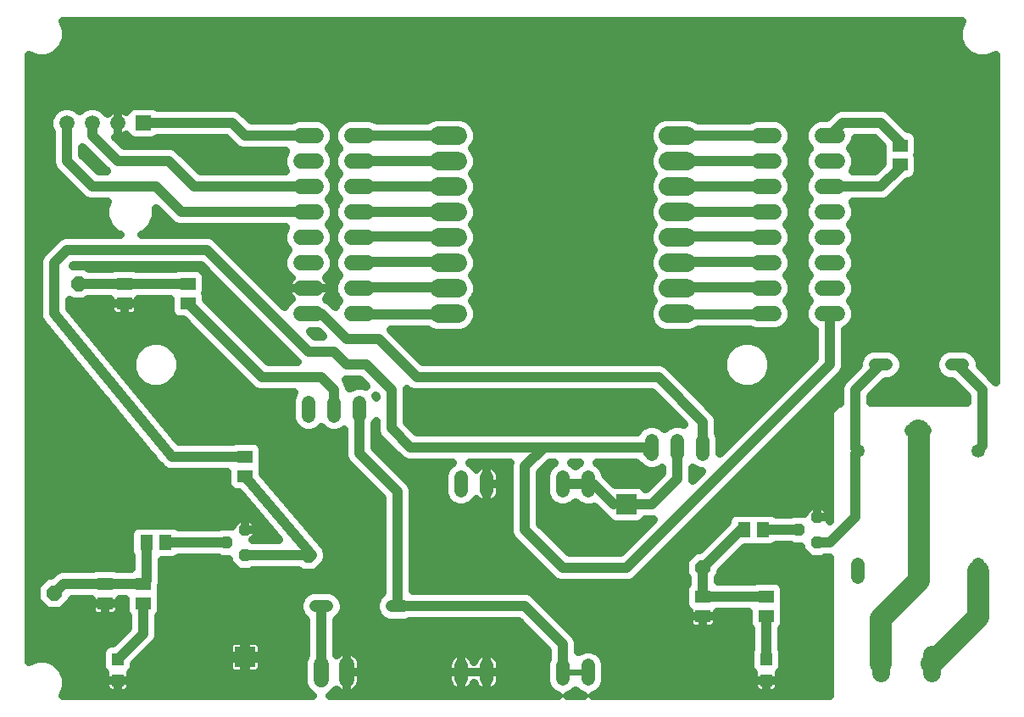
<source format=gbr>
G75*
%MOIN*%
%OFA0B0*%
%FSLAX24Y24*%
%IPPOS*%
%LPD*%
%AMOC8*
5,1,8,0,0,1.08239X$1,22.5*
%
%ADD10R,0.0787X0.0787*%
%ADD11C,0.0480*%
%ADD12R,0.0591X0.0512*%
%ADD13C,0.0540*%
%ADD14C,0.0531*%
%ADD15R,0.0591X0.0591*%
%ADD16C,0.0591*%
%ADD17C,0.0720*%
%ADD18OC8,0.0480*%
%ADD19R,0.0512X0.0591*%
%ADD20R,0.0472X0.0472*%
%ADD21C,0.0531*%
%ADD22C,0.0705*%
%ADD23C,0.0600*%
%ADD24OC8,0.0600*%
%ADD25C,0.0320*%
%ADD26C,0.0400*%
%ADD27C,0.0240*%
%ADD28C,0.0860*%
%ADD29C,0.0120*%
D10*
X009260Y002260D03*
X024260Y008260D03*
D11*
X015500Y004260D02*
X015020Y004260D01*
X012500Y004260D02*
X012020Y004260D01*
X034020Y013760D02*
X034500Y013760D01*
X037020Y013760D02*
X037500Y013760D01*
D12*
X035010Y021636D03*
X035010Y022384D03*
X029760Y004634D03*
X029760Y003886D03*
X027260Y003886D03*
X027260Y004634D03*
X009260Y009386D03*
X009260Y010134D03*
X005260Y005134D03*
X005260Y004386D03*
X003760Y004386D03*
X003760Y005134D03*
X004510Y016186D03*
X004510Y016934D03*
X007010Y016934D03*
X007010Y016186D03*
D13*
X011760Y012280D02*
X011760Y011740D01*
X012760Y011740D02*
X012760Y012280D01*
X013760Y012280D02*
X013760Y011740D01*
X025260Y010780D02*
X025260Y010240D01*
X026260Y010240D02*
X026260Y010780D01*
X027260Y010780D02*
X027260Y010240D01*
D14*
X022760Y009327D02*
X022760Y008795D01*
X021760Y008795D02*
X021760Y009327D01*
X018760Y009327D02*
X018760Y008795D01*
X017760Y008795D02*
X017760Y009327D01*
X017760Y001925D02*
X017760Y001393D01*
X018760Y001393D02*
X018760Y001925D01*
X021760Y001925D02*
X021760Y001393D01*
X022760Y001393D02*
X022760Y001925D01*
X033351Y005392D02*
X033351Y005923D01*
X038075Y005923D02*
X038075Y005392D01*
X035979Y011169D02*
X035447Y011169D01*
D15*
X005260Y023260D03*
D16*
X004260Y023260D03*
X003260Y023260D03*
X002260Y023260D03*
D17*
X016900Y022760D02*
X017620Y022760D01*
X017620Y021760D02*
X016900Y021760D01*
X016900Y020760D02*
X017620Y020760D01*
X017620Y019760D02*
X016900Y019760D01*
X016900Y018760D02*
X017620Y018760D01*
X017620Y017760D02*
X016900Y017760D01*
X016900Y016760D02*
X017620Y016760D01*
X017620Y015760D02*
X016900Y015760D01*
X025900Y015760D02*
X026620Y015760D01*
X026620Y016760D02*
X025900Y016760D01*
X025900Y017760D02*
X026620Y017760D01*
X026620Y018760D02*
X025900Y018760D01*
X025900Y019760D02*
X026620Y019760D01*
X026620Y020760D02*
X025900Y020760D01*
X025900Y021760D02*
X026620Y021760D01*
X026620Y022760D02*
X025900Y022760D01*
D18*
X031760Y007760D03*
X031010Y007260D03*
X031760Y006760D03*
X009260Y006260D03*
X008510Y006760D03*
X009260Y007260D03*
D19*
X006134Y006760D03*
X005386Y006760D03*
X028886Y007260D03*
X029634Y007260D03*
D20*
X029760Y002173D03*
X029760Y001347D03*
X004260Y001347D03*
X004260Y002173D03*
D21*
X033351Y010382D03*
X038075Y010382D03*
D22*
X036260Y002363D02*
X036260Y001658D01*
X034260Y001658D02*
X034260Y002363D01*
D23*
X032560Y015760D02*
X031960Y015760D01*
X031960Y016760D02*
X032560Y016760D01*
X032560Y017760D02*
X031960Y017760D01*
X031960Y018760D02*
X032560Y018760D01*
X032560Y019760D02*
X031960Y019760D01*
X031960Y020760D02*
X032560Y020760D01*
X032560Y021760D02*
X031960Y021760D01*
X031960Y022760D02*
X032560Y022760D01*
X030060Y022760D02*
X029460Y022760D01*
X029460Y021760D02*
X030060Y021760D01*
X030060Y020760D02*
X029460Y020760D01*
X029460Y019760D02*
X030060Y019760D01*
X030060Y018760D02*
X029460Y018760D01*
X029460Y017760D02*
X030060Y017760D01*
X030060Y016760D02*
X029460Y016760D01*
X029460Y015760D02*
X030060Y015760D01*
X014060Y015760D02*
X013460Y015760D01*
X013460Y016760D02*
X014060Y016760D01*
X014060Y017760D02*
X013460Y017760D01*
X013460Y018760D02*
X014060Y018760D01*
X014060Y019760D02*
X013460Y019760D01*
X013460Y020760D02*
X014060Y020760D01*
X014060Y021760D02*
X013460Y021760D01*
X013460Y022760D02*
X014060Y022760D01*
X012060Y022760D02*
X011460Y022760D01*
X011460Y021760D02*
X012060Y021760D01*
X012060Y020760D02*
X011460Y020760D01*
X011460Y019760D02*
X012060Y019760D01*
X012060Y018760D02*
X011460Y018760D01*
X011460Y017760D02*
X012060Y017760D01*
X012060Y016760D02*
X011460Y016760D01*
X011460Y015760D02*
X012060Y015760D01*
X012260Y001960D02*
X012260Y001360D01*
X013260Y001360D02*
X013260Y001960D01*
D24*
X011760Y006260D03*
X001760Y004760D03*
X002710Y016940D03*
X027260Y005760D03*
D25*
X002211Y001071D02*
X002074Y000740D01*
X011928Y000740D01*
X011863Y000767D01*
X011667Y000963D01*
X011560Y001221D01*
X011560Y002099D01*
X011660Y002341D01*
X011660Y003716D01*
X011657Y003717D01*
X011477Y003897D01*
X011380Y004133D01*
X011380Y004387D01*
X011477Y004623D01*
X011657Y004803D01*
X011893Y004900D01*
X012627Y004900D01*
X012863Y004803D01*
X013043Y004623D01*
X013140Y004387D01*
X013140Y004133D01*
X013043Y003897D01*
X012863Y003717D01*
X012860Y003716D01*
X012860Y002352D01*
X012895Y002387D01*
X012966Y002439D01*
X013045Y002479D01*
X013129Y002506D01*
X013216Y002520D01*
X013260Y002520D01*
X013260Y001660D01*
X013260Y001660D01*
X013820Y001660D01*
X013820Y002004D01*
X013806Y002091D01*
X013779Y002175D01*
X013739Y002254D01*
X013687Y002325D01*
X013625Y002387D01*
X013554Y002439D01*
X013475Y002479D01*
X013391Y002506D01*
X013304Y002520D01*
X013260Y002520D01*
X013260Y001660D01*
X013260Y001660D01*
X013820Y001660D01*
X013820Y001316D01*
X013806Y001229D01*
X013779Y001145D01*
X013739Y001066D01*
X013687Y000995D01*
X013625Y000933D01*
X013554Y000881D01*
X013475Y000841D01*
X013391Y000814D01*
X013304Y000800D01*
X013260Y000800D01*
X013260Y001660D01*
X013260Y001660D01*
X013260Y000800D01*
X013216Y000800D01*
X013129Y000814D01*
X013045Y000841D01*
X012966Y000881D01*
X012895Y000933D01*
X012857Y000971D01*
X012853Y000963D01*
X012657Y000767D01*
X012592Y000740D01*
X021598Y000740D01*
X021383Y000829D01*
X021196Y001016D01*
X021094Y001261D01*
X021094Y002057D01*
X021160Y002216D01*
X021160Y002511D01*
X020011Y003660D01*
X015724Y003660D01*
X015627Y003620D01*
X014893Y003620D01*
X014657Y003717D01*
X014477Y003897D01*
X014380Y004133D01*
X014380Y004387D01*
X014477Y004623D01*
X014657Y004803D01*
X014660Y004804D01*
X014660Y008511D01*
X013251Y009920D01*
X013160Y010141D01*
X013160Y011192D01*
X013140Y011172D01*
X012893Y011070D01*
X012627Y011070D01*
X012380Y011172D01*
X012260Y011292D01*
X012140Y011172D01*
X011893Y011070D01*
X011627Y011070D01*
X011380Y011172D01*
X011192Y011360D01*
X011090Y011607D01*
X011090Y012413D01*
X011192Y012660D01*
X011192Y012660D01*
X009817Y012660D01*
X009596Y012751D01*
X006817Y015530D01*
X006635Y015530D01*
X006488Y015591D01*
X006376Y015703D01*
X006315Y015851D01*
X006315Y016334D01*
X005065Y016334D01*
X005065Y016186D01*
X004510Y016186D01*
X004510Y016186D01*
X004510Y016186D01*
X003955Y016186D01*
X003955Y015904D01*
X003965Y015854D01*
X003984Y015807D01*
X004013Y015764D01*
X004049Y015728D01*
X004092Y015700D01*
X004139Y015680D01*
X004189Y015670D01*
X004510Y015670D01*
X004831Y015670D01*
X004881Y015680D01*
X004928Y015700D01*
X004971Y015728D01*
X005007Y015764D01*
X005036Y015807D01*
X005055Y015854D01*
X005065Y015904D01*
X005065Y016186D01*
X004510Y016186D01*
X003955Y016186D01*
X003955Y016334D01*
X003094Y016334D01*
X003000Y016240D01*
X002420Y016240D01*
X002360Y016300D01*
X002360Y015975D01*
X006669Y010734D01*
X008750Y010734D01*
X008885Y010790D01*
X009635Y010790D01*
X009782Y010729D01*
X009894Y010617D01*
X009955Y010469D01*
X009955Y009799D01*
X009939Y009760D01*
X009955Y009721D01*
X009955Y009491D01*
X012248Y006762D01*
X012460Y006550D01*
X012460Y006435D01*
X012494Y006327D01*
X012473Y006089D01*
X012460Y006063D01*
X012460Y005970D01*
X012050Y005560D01*
X011470Y005560D01*
X011370Y005660D01*
X009565Y005660D01*
X009525Y005620D01*
X008995Y005620D01*
X008620Y005995D01*
X008620Y006120D01*
X008245Y006120D01*
X008205Y006160D01*
X006651Y006160D01*
X006617Y006126D01*
X006469Y006065D01*
X005986Y006065D01*
X005986Y005141D01*
X005955Y005067D01*
X005955Y004799D01*
X005939Y004760D01*
X005955Y004721D01*
X005955Y004051D01*
X005894Y003903D01*
X005860Y003869D01*
X005860Y003054D01*
X005769Y002834D01*
X004896Y001961D01*
X004896Y001858D01*
X004835Y001711D01*
X004752Y001628D01*
X004756Y001608D01*
X004756Y001347D01*
X004260Y001347D01*
X004260Y001347D01*
X004260Y001347D01*
X003764Y001347D01*
X003764Y001608D01*
X003768Y001628D01*
X003685Y001711D01*
X003624Y001858D01*
X003624Y002489D01*
X003685Y002636D01*
X003797Y002749D01*
X003944Y002810D01*
X004048Y002810D01*
X004660Y003422D01*
X004660Y003869D01*
X004626Y003903D01*
X004565Y004051D01*
X004565Y004534D01*
X004315Y004534D01*
X004315Y004386D01*
X003760Y004386D01*
X003760Y004386D01*
X003760Y004386D01*
X003205Y004386D01*
X003205Y004104D01*
X003215Y004054D01*
X003234Y004007D01*
X003263Y003964D01*
X003299Y003928D01*
X003342Y003900D01*
X003389Y003880D01*
X003439Y003870D01*
X003760Y003870D01*
X004081Y003870D01*
X004131Y003880D01*
X004178Y003900D01*
X004221Y003928D01*
X004257Y003964D01*
X004286Y004007D01*
X004305Y004054D01*
X004315Y004104D01*
X004315Y004386D01*
X003760Y004386D01*
X003205Y004386D01*
X003205Y004534D01*
X002460Y004534D01*
X002460Y004470D01*
X002050Y004060D01*
X001470Y004060D01*
X001060Y004470D01*
X001060Y005050D01*
X001470Y005460D01*
X001611Y005460D01*
X001794Y005643D01*
X002015Y005734D01*
X003250Y005734D01*
X003385Y005790D01*
X004135Y005790D01*
X004270Y005734D01*
X004750Y005734D01*
X004786Y005749D01*
X004786Y006250D01*
X004730Y006385D01*
X004730Y007135D01*
X004791Y007282D01*
X004903Y007394D01*
X005051Y007455D01*
X005721Y007455D01*
X005760Y007439D01*
X005799Y007455D01*
X006469Y007455D01*
X006617Y007394D01*
X006651Y007360D01*
X008205Y007360D01*
X008245Y007400D01*
X008760Y007400D01*
X008760Y007467D01*
X009053Y007760D01*
X009260Y007760D01*
X009260Y007260D01*
X009260Y007260D01*
X009760Y007260D01*
X009760Y007467D01*
X009467Y007760D01*
X009260Y007760D01*
X009260Y007260D01*
X009260Y007260D01*
X009760Y007260D01*
X009760Y007053D01*
X009567Y006860D01*
X010598Y006860D01*
X009027Y008730D01*
X008885Y008730D01*
X008738Y008791D01*
X008626Y008903D01*
X008565Y009051D01*
X008565Y009534D01*
X006475Y009534D01*
X006447Y009525D01*
X006357Y009534D01*
X006267Y009534D01*
X006239Y009546D01*
X006209Y009548D01*
X006129Y009591D01*
X006046Y009625D01*
X006025Y009647D01*
X005998Y009661D01*
X005941Y009730D01*
X005877Y009794D01*
X005866Y009822D01*
X001315Y015356D01*
X001251Y015420D01*
X001240Y015448D01*
X001221Y015471D01*
X001194Y015557D01*
X001160Y015641D01*
X001160Y015671D01*
X001151Y015699D01*
X001160Y015789D01*
X001160Y017879D01*
X001251Y018100D01*
X001420Y018269D01*
X001420Y018269D01*
X001751Y018600D01*
X001751Y018600D01*
X001920Y018769D01*
X002141Y018860D01*
X004344Y018860D01*
X004199Y018920D01*
X003920Y019199D01*
X003769Y019563D01*
X003769Y019957D01*
X003854Y020160D01*
X003141Y020160D01*
X002920Y020251D01*
X001920Y021251D01*
X001751Y021420D01*
X001660Y021641D01*
X001660Y022892D01*
X001565Y023122D01*
X001565Y023398D01*
X001671Y023654D01*
X001866Y023849D01*
X002122Y023955D01*
X002398Y023955D01*
X002654Y023849D01*
X002760Y023743D01*
X002866Y023849D01*
X003122Y023955D01*
X003398Y023955D01*
X003654Y023849D01*
X003849Y023654D01*
X003855Y023640D01*
X003898Y023684D01*
X003969Y023735D01*
X004047Y023775D01*
X004130Y023802D01*
X004216Y023815D01*
X004260Y023815D01*
X004260Y023260D01*
X004260Y023260D01*
X004260Y023815D01*
X004304Y023815D01*
X004390Y023802D01*
X004473Y023775D01*
X004551Y023735D01*
X004593Y023704D01*
X004626Y023782D01*
X004738Y023894D01*
X004885Y023955D01*
X005635Y023955D01*
X005782Y023894D01*
X005816Y023860D01*
X008879Y023860D01*
X009100Y023769D01*
X009269Y023600D01*
X009269Y023600D01*
X009509Y023360D01*
X011079Y023360D01*
X011321Y023460D01*
X012199Y023460D01*
X012457Y023353D01*
X012653Y023157D01*
X012760Y022899D01*
X012760Y022621D01*
X012653Y022363D01*
X012550Y022260D01*
X012653Y022157D01*
X012760Y021899D01*
X012760Y021621D01*
X012653Y021363D01*
X012550Y021260D01*
X012653Y021157D01*
X012760Y020899D01*
X012760Y020621D01*
X012653Y020363D01*
X012550Y020260D01*
X012653Y020157D01*
X012760Y019899D01*
X012760Y019621D01*
X012653Y019363D01*
X012550Y019260D01*
X012653Y019157D01*
X012760Y018899D01*
X012760Y018621D01*
X012653Y018363D01*
X012550Y018260D01*
X012653Y018157D01*
X012760Y017899D01*
X012760Y017621D01*
X012653Y017363D01*
X012457Y017167D01*
X012449Y017163D01*
X012487Y017125D01*
X012539Y017054D01*
X012579Y016975D01*
X012606Y016891D01*
X012620Y016804D01*
X012620Y016760D01*
X011760Y016760D01*
X011760Y016760D01*
X011760Y016760D01*
X010900Y016760D01*
X010900Y016804D01*
X010914Y016891D01*
X010941Y016975D01*
X010981Y017054D01*
X011033Y017125D01*
X011071Y017163D01*
X011063Y017167D01*
X010867Y017363D01*
X010760Y017621D01*
X010760Y017899D01*
X010867Y018157D01*
X010970Y018260D01*
X010867Y018363D01*
X010760Y018621D01*
X010760Y018899D01*
X010867Y019157D01*
X010870Y019160D01*
X006879Y019160D01*
X006641Y019160D01*
X006420Y019251D01*
X005751Y019921D01*
X005751Y019563D01*
X005600Y019199D01*
X005321Y018920D01*
X005176Y018860D01*
X007879Y018860D01*
X008100Y018769D01*
X008269Y018600D01*
X008269Y018600D01*
X010821Y016047D01*
X010867Y016157D01*
X011063Y016353D01*
X011071Y016357D01*
X011033Y016395D01*
X010981Y016466D01*
X010941Y016545D01*
X010914Y016629D01*
X010900Y016716D01*
X010900Y016760D01*
X011760Y016760D01*
X012620Y016760D01*
X012620Y016716D01*
X012606Y016629D01*
X012579Y016545D01*
X012539Y016466D01*
X012487Y016395D01*
X012449Y016357D01*
X012457Y016353D01*
X012500Y016310D01*
X012600Y016269D01*
X012769Y016100D01*
X012769Y016100D01*
X012821Y016047D01*
X012867Y016157D01*
X012970Y016260D01*
X012867Y016363D01*
X012760Y016621D01*
X012760Y016899D01*
X012867Y017157D01*
X012970Y017260D01*
X012867Y017363D01*
X012760Y017621D01*
X012760Y017899D01*
X012867Y018157D01*
X012970Y018260D01*
X012867Y018363D01*
X012760Y018621D01*
X012760Y018899D01*
X012867Y019157D01*
X012970Y019260D01*
X012867Y019363D01*
X012760Y019621D01*
X012760Y019899D01*
X012867Y020157D01*
X012970Y020260D01*
X012867Y020363D01*
X012760Y020621D01*
X012760Y020899D01*
X012867Y021157D01*
X012970Y021260D01*
X012867Y021363D01*
X012760Y021621D01*
X012760Y021899D01*
X012867Y022157D01*
X012970Y022260D01*
X012867Y022363D01*
X012760Y022621D01*
X012760Y022899D01*
X012867Y023157D01*
X013063Y023353D01*
X013321Y023460D01*
X014199Y023460D01*
X014441Y023360D01*
X016425Y023360D01*
X016469Y023404D01*
X016749Y023520D01*
X017771Y023520D01*
X018051Y023404D01*
X018264Y023191D01*
X018380Y022911D01*
X018380Y022609D01*
X018264Y022329D01*
X018195Y022260D01*
X018264Y022191D01*
X018380Y021911D01*
X018380Y021609D01*
X018264Y021329D01*
X018195Y021260D01*
X018264Y021191D01*
X018380Y020911D01*
X018380Y020609D01*
X018264Y020329D01*
X018195Y020260D01*
X018264Y020191D01*
X018380Y019911D01*
X018380Y019609D01*
X018264Y019329D01*
X018195Y019260D01*
X018264Y019191D01*
X018380Y018911D01*
X018380Y018609D01*
X018264Y018329D01*
X018195Y018260D01*
X018264Y018191D01*
X018380Y017911D01*
X018380Y017609D01*
X018264Y017329D01*
X018195Y017260D01*
X018264Y017191D01*
X018380Y016911D01*
X018380Y016609D01*
X018264Y016329D01*
X018195Y016260D01*
X018264Y016191D01*
X018380Y015911D01*
X018380Y015609D01*
X018264Y015329D01*
X018051Y015116D01*
X017771Y015000D01*
X016749Y015000D01*
X016469Y015116D01*
X016445Y015140D01*
X014979Y015140D01*
X016259Y013860D01*
X025629Y013860D01*
X025850Y013769D01*
X027600Y012019D01*
X027769Y011850D01*
X027860Y011629D01*
X027860Y011082D01*
X027930Y010913D01*
X027930Y010279D01*
X031660Y014009D01*
X031660Y015127D01*
X031563Y015167D01*
X031367Y015363D01*
X031260Y015621D01*
X031260Y015899D01*
X031367Y016157D01*
X031470Y016260D01*
X031367Y016363D01*
X031260Y016621D01*
X031260Y016899D01*
X031367Y017157D01*
X031470Y017260D01*
X031367Y017363D01*
X031260Y017621D01*
X031260Y017899D01*
X031367Y018157D01*
X031470Y018260D01*
X031367Y018363D01*
X031260Y018621D01*
X031260Y018899D01*
X031367Y019157D01*
X031470Y019260D01*
X031367Y019363D01*
X031260Y019621D01*
X031260Y019899D01*
X031367Y020157D01*
X031470Y020260D01*
X031367Y020363D01*
X031260Y020621D01*
X031260Y020899D01*
X031367Y021157D01*
X031470Y021260D01*
X031367Y021363D01*
X031260Y021621D01*
X031260Y021899D01*
X031367Y022157D01*
X031470Y022260D01*
X031367Y022363D01*
X031260Y022621D01*
X031260Y022899D01*
X031367Y023157D01*
X031563Y023353D01*
X031821Y023460D01*
X032111Y023460D01*
X032420Y023769D01*
X032641Y023860D01*
X034379Y023860D01*
X034600Y023769D01*
X034769Y023600D01*
X035329Y023040D01*
X035385Y023040D01*
X035532Y022979D01*
X035644Y022867D01*
X035705Y022719D01*
X035705Y022049D01*
X035689Y022010D01*
X035705Y021971D01*
X035705Y021301D01*
X035644Y021153D01*
X035532Y021041D01*
X035385Y020980D01*
X035329Y020980D01*
X034769Y020420D01*
X034600Y020251D01*
X034379Y020160D01*
X033150Y020160D01*
X033153Y020157D01*
X033260Y019899D01*
X033260Y019621D01*
X033153Y019363D01*
X033050Y019260D01*
X033153Y019157D01*
X033260Y018899D01*
X033260Y018621D01*
X033153Y018363D01*
X033050Y018260D01*
X033153Y018157D01*
X033260Y017899D01*
X033260Y017621D01*
X033153Y017363D01*
X033050Y017260D01*
X033153Y017157D01*
X033260Y016899D01*
X033260Y016621D01*
X033153Y016363D01*
X033050Y016260D01*
X033153Y016157D01*
X033260Y015899D01*
X033260Y015621D01*
X033153Y015363D01*
X032957Y015167D01*
X032860Y015127D01*
X032860Y013641D01*
X032769Y013420D01*
X024769Y005420D01*
X024600Y005251D01*
X024379Y005160D01*
X021641Y005160D01*
X021420Y005251D01*
X019920Y006751D01*
X019751Y006920D01*
X019660Y007141D01*
X019660Y009879D01*
X019673Y009910D01*
X018091Y009910D01*
X018137Y009891D01*
X018324Y009704D01*
X018346Y009651D01*
X018359Y009669D01*
X018417Y009728D01*
X018484Y009776D01*
X018558Y009814D01*
X018637Y009839D01*
X018719Y009852D01*
X018760Y009852D01*
X018760Y009061D01*
X018760Y009061D01*
X018760Y009852D01*
X018801Y009852D01*
X018883Y009839D01*
X018962Y009814D01*
X019036Y009776D01*
X019103Y009728D01*
X019161Y009669D01*
X019210Y009602D01*
X019247Y009528D01*
X019273Y009450D01*
X019286Y009368D01*
X019286Y009061D01*
X018760Y009061D01*
X018760Y009061D01*
X019286Y009061D01*
X019286Y008754D01*
X019273Y008672D01*
X019247Y008593D01*
X019210Y008519D01*
X019161Y008453D01*
X019103Y008394D01*
X019036Y008345D01*
X018962Y008308D01*
X018883Y008282D01*
X018801Y008269D01*
X018760Y008269D01*
X018760Y009061D01*
X018760Y008269D01*
X018719Y008269D01*
X018637Y008282D01*
X018558Y008308D01*
X018484Y008345D01*
X018417Y008394D01*
X018359Y008453D01*
X018346Y008470D01*
X018324Y008418D01*
X018137Y008231D01*
X017892Y008129D01*
X017628Y008129D01*
X017383Y008231D01*
X017196Y008418D01*
X017094Y008663D01*
X017094Y009459D01*
X017196Y009704D01*
X017383Y009891D01*
X017429Y009910D01*
X015641Y009910D01*
X015420Y010001D01*
X015251Y010170D01*
X015251Y010170D01*
X014670Y010751D01*
X014670Y010751D01*
X014501Y010920D01*
X014410Y011141D01*
X014410Y011558D01*
X014360Y011438D01*
X014360Y010509D01*
X015600Y009269D01*
X015769Y009100D01*
X015860Y008879D01*
X015860Y004860D01*
X020379Y004860D01*
X020600Y004769D01*
X022100Y003269D01*
X022269Y003100D01*
X022360Y002879D01*
X022360Y002466D01*
X022383Y002489D01*
X022628Y002591D01*
X022892Y002591D01*
X023137Y002489D01*
X023324Y002302D01*
X023426Y002057D01*
X023426Y001261D01*
X023324Y001016D01*
X023137Y000829D01*
X022922Y000740D01*
X032258Y000740D01*
X032260Y000760D01*
X032260Y006160D01*
X032065Y006160D01*
X032025Y006120D01*
X031495Y006120D01*
X031120Y006495D01*
X031120Y006620D01*
X030745Y006620D01*
X030705Y006660D01*
X030151Y006660D01*
X030117Y006626D01*
X029969Y006565D01*
X029299Y006565D01*
X029260Y006581D01*
X029221Y006565D01*
X028913Y006565D01*
X027960Y005611D01*
X027960Y005470D01*
X027860Y005370D01*
X027860Y005234D01*
X029250Y005234D01*
X029385Y005290D01*
X030135Y005290D01*
X030282Y005229D01*
X030394Y005117D01*
X030455Y004969D01*
X030455Y004299D01*
X030439Y004260D01*
X030455Y004221D01*
X030455Y003551D01*
X030394Y003403D01*
X030360Y003369D01*
X030360Y002577D01*
X030396Y002489D01*
X030396Y001858D01*
X030335Y001711D01*
X030252Y001628D01*
X030256Y001608D01*
X030256Y001347D01*
X029760Y001347D01*
X029760Y001347D01*
X029760Y001347D01*
X029264Y001347D01*
X029264Y001608D01*
X029268Y001628D01*
X029185Y001711D01*
X029124Y001858D01*
X029124Y002489D01*
X029160Y002577D01*
X029160Y003369D01*
X029126Y003403D01*
X029065Y003551D01*
X029065Y004034D01*
X027815Y004034D01*
X027815Y003886D01*
X027260Y003886D01*
X027260Y003886D01*
X027260Y003886D01*
X026705Y003886D01*
X026705Y003604D01*
X026715Y003554D01*
X026734Y003507D01*
X026763Y003464D01*
X026799Y003428D01*
X026842Y003400D01*
X026889Y003380D01*
X026939Y003370D01*
X027260Y003370D01*
X027581Y003370D01*
X027631Y003380D01*
X027678Y003400D01*
X027721Y003428D01*
X027757Y003464D01*
X027786Y003507D01*
X027805Y003554D01*
X027815Y003604D01*
X027815Y003886D01*
X027260Y003886D01*
X026705Y003886D01*
X026705Y004072D01*
X026626Y004152D01*
X026565Y004299D01*
X026565Y004969D01*
X026626Y005117D01*
X026660Y005151D01*
X026660Y005370D01*
X026560Y005470D01*
X026560Y006050D01*
X026970Y006460D01*
X027111Y006460D01*
X028230Y007579D01*
X028230Y007635D01*
X028291Y007782D01*
X028403Y007894D01*
X028551Y007955D01*
X029221Y007955D01*
X029260Y007939D01*
X029299Y007955D01*
X029969Y007955D01*
X030117Y007894D01*
X030151Y007860D01*
X030705Y007860D01*
X030745Y007900D01*
X031260Y007900D01*
X031260Y007967D01*
X031553Y008260D01*
X031760Y008260D01*
X031760Y007760D01*
X031760Y007760D01*
X032260Y007760D01*
X032260Y007967D01*
X031967Y008260D01*
X031760Y008260D01*
X031760Y007760D01*
X031760Y007760D01*
X032260Y007760D01*
X032260Y007609D01*
X032260Y007609D01*
X032260Y011760D01*
X032268Y011847D01*
X032290Y011931D01*
X032327Y012010D01*
X032377Y012081D01*
X032439Y012143D01*
X032510Y012193D01*
X032589Y012230D01*
X032660Y012249D01*
X032660Y012879D01*
X032751Y013100D01*
X032920Y013269D01*
X032920Y013269D01*
X033380Y013729D01*
X033380Y013887D01*
X033477Y014123D01*
X033657Y014303D01*
X033893Y014400D01*
X034627Y014400D01*
X034863Y014303D01*
X035043Y014123D01*
X035140Y013887D01*
X035140Y013633D01*
X035043Y013397D01*
X034863Y013217D01*
X034627Y013120D01*
X034469Y013120D01*
X033860Y012511D01*
X033860Y012260D01*
X037660Y012260D01*
X037660Y012511D01*
X037051Y013120D01*
X036893Y013120D01*
X036657Y013217D01*
X036477Y013397D01*
X036380Y013633D01*
X036380Y013887D01*
X036477Y014123D01*
X036657Y014303D01*
X036893Y014400D01*
X037627Y014400D01*
X037863Y014303D01*
X038043Y014123D01*
X038140Y013887D01*
X038140Y013729D01*
X038600Y013269D01*
X038769Y013100D01*
X038780Y013072D01*
X038780Y025946D01*
X038449Y025809D01*
X038071Y025809D01*
X037721Y025954D01*
X037454Y026221D01*
X037309Y026571D01*
X037309Y026949D01*
X037446Y027280D01*
X002074Y027280D01*
X002211Y026949D01*
X002211Y026571D01*
X002066Y026221D01*
X001799Y025954D01*
X001449Y025809D01*
X001071Y025809D01*
X000740Y025946D01*
X000740Y002074D01*
X001071Y002211D01*
X001449Y002211D01*
X001799Y002066D01*
X002066Y001799D01*
X002211Y001449D01*
X002211Y001071D01*
X002211Y001216D02*
X003764Y001216D01*
X003764Y001347D02*
X003764Y001085D01*
X003774Y001035D01*
X003793Y000987D01*
X003822Y000945D01*
X003858Y000908D01*
X003901Y000880D01*
X003948Y000860D01*
X003998Y000850D01*
X004260Y000850D01*
X004522Y000850D01*
X004572Y000860D01*
X004619Y000880D01*
X004662Y000908D01*
X004698Y000945D01*
X004727Y000987D01*
X004746Y001035D01*
X004756Y001085D01*
X004756Y001347D01*
X004260Y001347D01*
X003764Y001347D01*
X003764Y001534D02*
X002176Y001534D01*
X002013Y001853D02*
X003626Y001853D01*
X003624Y002171D02*
X001546Y002171D01*
X000974Y002171D02*
X000740Y002171D01*
X000740Y002490D02*
X003624Y002490D01*
X003940Y002808D02*
X000740Y002808D01*
X000740Y003127D02*
X004365Y003127D01*
X004660Y003445D02*
X000740Y003445D01*
X000740Y003764D02*
X004660Y003764D01*
X004565Y004082D02*
X004311Y004082D01*
X004315Y004401D02*
X004565Y004401D01*
X003760Y004386D02*
X003760Y003870D01*
X003760Y004386D01*
X003760Y004386D01*
X003760Y004082D02*
X003760Y004082D01*
X003209Y004082D02*
X002072Y004082D01*
X002390Y004401D02*
X003205Y004401D01*
X001448Y004082D02*
X000740Y004082D01*
X000740Y004401D02*
X001130Y004401D01*
X001060Y004719D02*
X000740Y004719D01*
X000740Y005038D02*
X001060Y005038D01*
X001366Y005356D02*
X000740Y005356D01*
X000740Y005675D02*
X001871Y005675D01*
X000740Y005993D02*
X004786Y005993D01*
X004761Y006312D02*
X000740Y006312D01*
X000740Y006630D02*
X004730Y006630D01*
X004730Y006949D02*
X000740Y006949D01*
X000740Y007267D02*
X004785Y007267D01*
X005986Y005993D02*
X008622Y005993D01*
X008940Y005675D02*
X005986Y005675D01*
X005986Y005356D02*
X014660Y005356D01*
X014660Y005675D02*
X012164Y005675D01*
X012460Y005993D02*
X014660Y005993D01*
X014660Y006312D02*
X012493Y006312D01*
X012380Y006630D02*
X014660Y006630D01*
X014660Y006949D02*
X012091Y006949D01*
X011824Y007267D02*
X014660Y007267D01*
X014660Y007586D02*
X011556Y007586D01*
X011289Y007904D02*
X014660Y007904D01*
X014660Y008223D02*
X011021Y008223D01*
X010753Y008541D02*
X014630Y008541D01*
X014312Y008860D02*
X010486Y008860D01*
X010218Y009178D02*
X013993Y009178D01*
X013675Y009497D02*
X009955Y009497D01*
X009955Y009815D02*
X013356Y009815D01*
X013163Y010134D02*
X009955Y010134D01*
X009955Y010452D02*
X013160Y010452D01*
X013160Y010771D02*
X009682Y010771D01*
X008838Y010771D02*
X006639Y010771D01*
X006378Y011089D02*
X011581Y011089D01*
X011939Y011089D02*
X012581Y011089D01*
X012939Y011089D02*
X013160Y011089D01*
X014360Y011089D02*
X014431Y011089D01*
X014410Y011408D02*
X014360Y011408D01*
X014360Y010771D02*
X014651Y010771D01*
X014417Y010452D02*
X014969Y010452D01*
X014735Y010134D02*
X015288Y010134D01*
X015054Y009815D02*
X017307Y009815D01*
X017110Y009497D02*
X015372Y009497D01*
X015691Y009178D02*
X017094Y009178D01*
X017094Y008860D02*
X015860Y008860D01*
X015860Y008541D02*
X017145Y008541D01*
X017403Y008223D02*
X015860Y008223D01*
X015860Y007904D02*
X019660Y007904D01*
X019660Y007586D02*
X015860Y007586D01*
X015860Y007267D02*
X019660Y007267D01*
X019740Y006949D02*
X015860Y006949D01*
X015860Y006630D02*
X020041Y006630D01*
X020360Y006312D02*
X015860Y006312D01*
X015860Y005993D02*
X020678Y005993D01*
X020997Y005675D02*
X015860Y005675D01*
X015860Y005356D02*
X021315Y005356D01*
X020650Y004719D02*
X026565Y004719D01*
X026565Y004401D02*
X020968Y004401D01*
X021287Y004082D02*
X026695Y004082D01*
X026705Y003764D02*
X021605Y003764D01*
X021924Y003445D02*
X026782Y003445D01*
X027260Y003445D02*
X027260Y003445D01*
X027260Y003370D02*
X027260Y003886D01*
X027260Y003886D01*
X027260Y003370D01*
X027260Y003764D02*
X027260Y003764D01*
X027815Y003764D02*
X029065Y003764D01*
X029108Y003445D02*
X027738Y003445D01*
X029160Y003127D02*
X022242Y003127D01*
X022360Y002808D02*
X029160Y002808D01*
X029124Y002490D02*
X023137Y002490D01*
X023379Y002171D02*
X029124Y002171D01*
X029126Y001853D02*
X023426Y001853D01*
X023426Y001534D02*
X029264Y001534D01*
X029264Y001347D02*
X029264Y001085D01*
X029274Y001035D01*
X029293Y000987D01*
X029322Y000945D01*
X029358Y000908D01*
X029401Y000880D01*
X029448Y000860D01*
X029498Y000850D01*
X029760Y000850D01*
X030022Y000850D01*
X030072Y000860D01*
X030119Y000880D01*
X030162Y000908D01*
X030198Y000945D01*
X030227Y000987D01*
X030246Y001035D01*
X030256Y001085D01*
X030256Y001347D01*
X029760Y001347D01*
X029264Y001347D01*
X029264Y001216D02*
X023407Y001216D01*
X023205Y000897D02*
X029375Y000897D01*
X029760Y000897D02*
X029760Y000897D01*
X029760Y000850D02*
X029760Y001347D01*
X029760Y001347D01*
X029760Y000850D01*
X029760Y001216D02*
X029760Y001216D01*
X030256Y001216D02*
X032260Y001216D01*
X032260Y001534D02*
X030256Y001534D01*
X030394Y001853D02*
X032260Y001853D01*
X032260Y002171D02*
X030396Y002171D01*
X030396Y002490D02*
X032260Y002490D01*
X032260Y002808D02*
X030360Y002808D01*
X030360Y003127D02*
X032260Y003127D01*
X032260Y003445D02*
X030412Y003445D01*
X030455Y003764D02*
X032260Y003764D01*
X032260Y004082D02*
X030455Y004082D01*
X030455Y004401D02*
X032260Y004401D01*
X032260Y004719D02*
X030455Y004719D01*
X030427Y005038D02*
X032260Y005038D01*
X032260Y005356D02*
X027860Y005356D01*
X028023Y005675D02*
X032260Y005675D01*
X032260Y005993D02*
X028342Y005993D01*
X028660Y006312D02*
X031303Y006312D01*
X030735Y006630D02*
X030121Y006630D01*
X030093Y007904D02*
X031260Y007904D01*
X031515Y008223D02*
X027571Y008223D01*
X027890Y008541D02*
X032260Y008541D01*
X032260Y008223D02*
X032005Y008223D01*
X031760Y008223D02*
X031760Y008223D01*
X031760Y007904D02*
X031760Y007904D01*
X032260Y007904D02*
X032260Y007904D01*
X032260Y008860D02*
X028208Y008860D01*
X028527Y009178D02*
X032260Y009178D01*
X032260Y009497D02*
X028845Y009497D01*
X029164Y009815D02*
X032260Y009815D01*
X032260Y010134D02*
X029482Y010134D01*
X029801Y010452D02*
X032260Y010452D01*
X032260Y010771D02*
X030119Y010771D01*
X030438Y011089D02*
X032260Y011089D01*
X032260Y011408D02*
X030756Y011408D01*
X031075Y011726D02*
X032260Y011726D01*
X032351Y012045D02*
X031393Y012045D01*
X031712Y012363D02*
X032660Y012363D01*
X032660Y012682D02*
X032030Y012682D01*
X032349Y013000D02*
X032710Y013000D01*
X032667Y013319D02*
X032970Y013319D01*
X032858Y013637D02*
X033288Y013637D01*
X033408Y013956D02*
X032860Y013956D01*
X032860Y014274D02*
X033629Y014274D01*
X032860Y014593D02*
X038780Y014593D01*
X038780Y014911D02*
X032860Y014911D01*
X033019Y015230D02*
X038780Y015230D01*
X038780Y015548D02*
X033230Y015548D01*
X033260Y015867D02*
X038780Y015867D01*
X038780Y016185D02*
X033125Y016185D01*
X033211Y016504D02*
X038780Y016504D01*
X038780Y016822D02*
X033260Y016822D01*
X033160Y017141D02*
X038780Y017141D01*
X038780Y017459D02*
X033193Y017459D01*
X033260Y017778D02*
X038780Y017778D01*
X038780Y018096D02*
X033178Y018096D01*
X033175Y018415D02*
X038780Y018415D01*
X038780Y018733D02*
X033260Y018733D01*
X033197Y019052D02*
X038780Y019052D01*
X038780Y019370D02*
X033156Y019370D01*
X033260Y019689D02*
X038780Y019689D01*
X038780Y020007D02*
X033215Y020007D01*
X034674Y020326D02*
X038780Y020326D01*
X038780Y020644D02*
X034993Y020644D01*
X035311Y020963D02*
X038780Y020963D01*
X038780Y021281D02*
X035697Y021281D01*
X035705Y021600D02*
X038780Y021600D01*
X038780Y021918D02*
X035705Y021918D01*
X035705Y022237D02*
X038780Y022237D01*
X038780Y022555D02*
X035705Y022555D01*
X035637Y022874D02*
X038780Y022874D01*
X038780Y023192D02*
X035177Y023192D01*
X034858Y023511D02*
X038780Y023511D01*
X038780Y023829D02*
X034454Y023829D01*
X034011Y022660D02*
X033260Y022660D01*
X033260Y022621D01*
X033153Y022363D01*
X033050Y022260D01*
X033153Y022157D01*
X033260Y021899D01*
X033260Y021621D01*
X033153Y021363D01*
X033150Y021360D01*
X034011Y021360D01*
X034315Y021663D01*
X034315Y021971D01*
X034331Y022010D01*
X034315Y022049D01*
X034315Y022357D01*
X034011Y022660D01*
X034116Y022555D02*
X033233Y022555D01*
X033073Y022237D02*
X034315Y022237D01*
X034315Y021918D02*
X033252Y021918D01*
X033251Y021600D02*
X034251Y021600D01*
X032162Y023511D02*
X026794Y023511D01*
X026771Y023520D02*
X025749Y023520D01*
X025469Y023404D01*
X025256Y023191D01*
X025140Y022911D01*
X025140Y022609D01*
X025256Y022329D01*
X025325Y022260D01*
X025256Y022191D01*
X025140Y021911D01*
X025140Y021609D01*
X025256Y021329D01*
X025325Y021260D01*
X025256Y021191D01*
X025140Y020911D01*
X025140Y020609D01*
X025256Y020329D01*
X025325Y020260D01*
X025256Y020191D01*
X025140Y019911D01*
X025140Y019609D01*
X025256Y019329D01*
X025325Y019260D01*
X025256Y019191D01*
X025140Y018911D01*
X025140Y018609D01*
X025256Y018329D01*
X025325Y018260D01*
X025256Y018191D01*
X025140Y017911D01*
X025140Y017609D01*
X025256Y017329D01*
X025325Y017260D01*
X025256Y017191D01*
X025140Y016911D01*
X025140Y016609D01*
X025256Y016329D01*
X025325Y016260D01*
X025256Y016191D01*
X025140Y015911D01*
X025140Y015609D01*
X025256Y015329D01*
X025469Y015116D01*
X025749Y015000D01*
X026771Y015000D01*
X027051Y015116D01*
X027075Y015140D01*
X029128Y015140D01*
X029321Y015060D01*
X030199Y015060D01*
X030457Y015167D01*
X030653Y015363D01*
X030760Y015621D01*
X030760Y015899D01*
X030653Y016157D01*
X030550Y016260D01*
X030653Y016363D01*
X030760Y016621D01*
X030760Y016899D01*
X030653Y017157D01*
X030550Y017260D01*
X030653Y017363D01*
X030760Y017621D01*
X030760Y017899D01*
X030653Y018157D01*
X030550Y018260D01*
X030653Y018363D01*
X030760Y018621D01*
X030760Y018899D01*
X030653Y019157D01*
X030550Y019260D01*
X030653Y019363D01*
X030760Y019621D01*
X030760Y019899D01*
X030653Y020157D01*
X030550Y020260D01*
X030653Y020363D01*
X030760Y020621D01*
X030760Y020899D01*
X030653Y021157D01*
X030550Y021260D01*
X030653Y021363D01*
X030760Y021621D01*
X030760Y021899D01*
X030653Y022157D01*
X030550Y022260D01*
X030653Y022363D01*
X030760Y022621D01*
X030760Y022899D01*
X030653Y023157D01*
X030457Y023353D01*
X030199Y023460D01*
X029321Y023460D01*
X029079Y023360D01*
X027095Y023360D01*
X027051Y023404D01*
X026771Y023520D01*
X025726Y023511D02*
X017794Y023511D01*
X018263Y023192D02*
X025257Y023192D01*
X025140Y022874D02*
X018380Y022874D01*
X018358Y022555D02*
X025162Y022555D01*
X025302Y022237D02*
X018218Y022237D01*
X018377Y021918D02*
X025143Y021918D01*
X025144Y021600D02*
X018376Y021600D01*
X018216Y021281D02*
X025304Y021281D01*
X025161Y020963D02*
X018359Y020963D01*
X018380Y020644D02*
X025140Y020644D01*
X025260Y020326D02*
X018260Y020326D01*
X018340Y020007D02*
X025180Y020007D01*
X025140Y019689D02*
X018380Y019689D01*
X018281Y019370D02*
X025239Y019370D01*
X025198Y019052D02*
X018322Y019052D01*
X018380Y018733D02*
X025140Y018733D01*
X025220Y018415D02*
X018300Y018415D01*
X018303Y018096D02*
X025217Y018096D01*
X025140Y017778D02*
X018380Y017778D01*
X018318Y017459D02*
X025202Y017459D01*
X025235Y017141D02*
X018285Y017141D01*
X018380Y016822D02*
X025140Y016822D01*
X025184Y016504D02*
X018336Y016504D01*
X018267Y016185D02*
X025253Y016185D01*
X025140Y015867D02*
X018380Y015867D01*
X018355Y015548D02*
X025165Y015548D01*
X025356Y015230D02*
X018164Y015230D01*
X016163Y013956D02*
X028061Y013956D01*
X028059Y013949D02*
X028059Y013571D01*
X028204Y013221D01*
X028471Y012954D01*
X028821Y012809D01*
X029199Y012809D01*
X029549Y012954D01*
X029816Y013221D01*
X029961Y013571D01*
X029961Y013949D01*
X029816Y014299D01*
X029549Y014566D01*
X029199Y014711D01*
X028821Y014711D01*
X028471Y014566D01*
X028204Y014299D01*
X028059Y013949D01*
X028059Y013637D02*
X025982Y013637D01*
X026300Y013319D02*
X028163Y013319D01*
X028425Y013000D02*
X026619Y013000D01*
X026937Y012682D02*
X030333Y012682D01*
X030651Y013000D02*
X029595Y013000D01*
X029857Y013319D02*
X030970Y013319D01*
X031288Y013637D02*
X029961Y013637D01*
X029959Y013956D02*
X031607Y013956D01*
X031660Y014274D02*
X029827Y014274D01*
X029486Y014593D02*
X031660Y014593D01*
X031660Y014911D02*
X015208Y014911D01*
X015526Y014593D02*
X028534Y014593D01*
X028193Y014274D02*
X015845Y014274D01*
X015610Y012811D02*
X015670Y012751D01*
X015891Y012660D01*
X025261Y012660D01*
X026527Y011395D01*
X026393Y011450D01*
X026127Y011450D01*
X025880Y011348D01*
X025760Y011228D01*
X025640Y011348D01*
X025393Y011450D01*
X025127Y011450D01*
X024880Y011348D01*
X024692Y011160D01*
X024671Y011110D01*
X016009Y011110D01*
X015610Y011509D01*
X015610Y012811D01*
X015610Y012682D02*
X015839Y012682D01*
X015610Y012363D02*
X025558Y012363D01*
X025877Y012045D02*
X015610Y012045D01*
X015610Y011726D02*
X026195Y011726D01*
X026024Y011408D02*
X025496Y011408D01*
X025024Y011408D02*
X015711Y011408D01*
X014410Y012462D02*
X014375Y012547D01*
X014410Y012511D01*
X014410Y012462D01*
X014027Y012895D02*
X013761Y013160D01*
X013209Y013160D01*
X013269Y013100D01*
X013360Y012879D01*
X013360Y012828D01*
X013380Y012848D01*
X013627Y012950D01*
X013893Y012950D01*
X014027Y012895D01*
X013921Y013000D02*
X013310Y013000D01*
X011311Y013860D02*
X010185Y013860D01*
X007705Y016339D01*
X007705Y016521D01*
X007689Y016560D01*
X007705Y016599D01*
X007705Y017269D01*
X007644Y017417D01*
X007532Y017529D01*
X007385Y017590D01*
X006635Y017590D01*
X006500Y017534D01*
X005020Y017534D01*
X004885Y017590D01*
X004135Y017590D01*
X004000Y017534D01*
X003106Y017534D01*
X003000Y017640D01*
X002489Y017640D01*
X002509Y017660D01*
X007511Y017660D01*
X011251Y013920D01*
X011311Y013860D01*
X011251Y013920D02*
X011251Y013920D01*
X011216Y013956D02*
X010089Y013956D01*
X009770Y014274D02*
X010897Y014274D01*
X010579Y014593D02*
X009452Y014593D01*
X009133Y014911D02*
X010260Y014911D01*
X009942Y015230D02*
X008815Y015230D01*
X008496Y015548D02*
X009623Y015548D01*
X009305Y015867D02*
X008178Y015867D01*
X007859Y016185D02*
X008986Y016185D01*
X008668Y016504D02*
X007705Y016504D01*
X007705Y016822D02*
X008349Y016822D01*
X008031Y017141D02*
X007705Y017141D01*
X007712Y017459D02*
X007602Y017459D01*
X008454Y018415D02*
X010845Y018415D01*
X010842Y018096D02*
X008773Y018096D01*
X009091Y017778D02*
X010760Y017778D01*
X010827Y017459D02*
X009410Y017459D01*
X009728Y017141D02*
X011049Y017141D01*
X010903Y016822D02*
X010047Y016822D01*
X010365Y016504D02*
X010962Y016504D01*
X010895Y016185D02*
X010684Y016185D01*
X011809Y015060D02*
X012009Y014860D01*
X012311Y014860D01*
X012111Y015060D01*
X011809Y015060D01*
X011958Y014911D02*
X012260Y014911D01*
X012684Y016185D02*
X012895Y016185D01*
X012809Y016504D02*
X012558Y016504D01*
X012617Y016822D02*
X012760Y016822D01*
X012860Y017141D02*
X012471Y017141D01*
X012693Y017459D02*
X012827Y017459D01*
X012760Y017778D02*
X012760Y017778D01*
X012678Y018096D02*
X012842Y018096D01*
X012845Y018415D02*
X012675Y018415D01*
X012760Y018733D02*
X012760Y018733D01*
X012697Y019052D02*
X012823Y019052D01*
X012864Y019370D02*
X012656Y019370D01*
X012760Y019689D02*
X012760Y019689D01*
X012715Y020007D02*
X012805Y020007D01*
X012905Y020326D02*
X012615Y020326D01*
X012760Y020644D02*
X012760Y020644D01*
X012734Y020963D02*
X012786Y020963D01*
X012949Y021281D02*
X012571Y021281D01*
X012751Y021600D02*
X012769Y021600D01*
X012752Y021918D02*
X012768Y021918D01*
X012947Y022237D02*
X012573Y022237D01*
X012733Y022555D02*
X012787Y022555D01*
X012760Y022874D02*
X012760Y022874D01*
X012618Y023192D02*
X012902Y023192D01*
X010870Y022160D02*
X010867Y022157D01*
X010760Y021899D01*
X010760Y021621D01*
X010867Y021363D01*
X010870Y021360D01*
X007509Y021360D01*
X006769Y022100D01*
X006600Y022269D01*
X006379Y022360D01*
X004509Y022360D01*
X004154Y022715D01*
X004216Y022705D01*
X004260Y022705D01*
X004304Y022705D01*
X004390Y022718D01*
X004473Y022745D01*
X004551Y022785D01*
X004593Y022816D01*
X004626Y022738D01*
X004738Y022626D01*
X004885Y022565D01*
X005635Y022565D01*
X005782Y022626D01*
X005816Y022660D01*
X008511Y022660D01*
X008751Y022420D01*
X008920Y022251D01*
X009141Y022160D01*
X010870Y022160D01*
X010768Y021918D02*
X006951Y021918D01*
X007269Y021600D02*
X010769Y021600D01*
X008956Y022237D02*
X006632Y022237D01*
X008616Y022555D02*
X004314Y022555D01*
X004260Y022705D02*
X004260Y023260D01*
X004260Y023260D01*
X004260Y022705D01*
X004260Y022874D02*
X004260Y022874D01*
X004260Y023192D02*
X004260Y023192D01*
X004260Y023511D02*
X004260Y023511D01*
X004673Y023829D02*
X003674Y023829D01*
X002846Y023829D02*
X002674Y023829D01*
X001846Y023829D02*
X000740Y023829D01*
X000740Y024148D02*
X038780Y024148D01*
X038780Y024466D02*
X000740Y024466D01*
X000740Y024785D02*
X038780Y024785D01*
X038780Y025103D02*
X000740Y025103D01*
X000740Y025422D02*
X038780Y025422D01*
X038780Y025740D02*
X000740Y025740D01*
X001904Y026059D02*
X037616Y026059D01*
X037389Y026377D02*
X002131Y026377D01*
X002211Y026696D02*
X037309Y026696D01*
X037336Y027014D02*
X002184Y027014D01*
X001611Y023511D02*
X000740Y023511D01*
X000740Y023192D02*
X001565Y023192D01*
X001660Y022874D02*
X000740Y022874D01*
X000740Y022555D02*
X001660Y022555D01*
X001660Y022237D02*
X000740Y022237D01*
X000740Y021918D02*
X001660Y021918D01*
X001677Y021600D02*
X000740Y021600D01*
X000740Y021281D02*
X001890Y021281D01*
X002209Y020963D02*
X000740Y020963D01*
X000740Y020644D02*
X002527Y020644D01*
X002846Y020326D02*
X000740Y020326D01*
X000740Y020007D02*
X003790Y020007D01*
X003769Y019689D02*
X000740Y019689D01*
X000740Y019370D02*
X003849Y019370D01*
X004068Y019052D02*
X000740Y019052D01*
X000740Y018733D02*
X001884Y018733D01*
X001566Y018415D02*
X000740Y018415D01*
X000740Y018096D02*
X001250Y018096D01*
X001160Y017778D02*
X000740Y017778D01*
X000740Y017459D02*
X001160Y017459D01*
X001160Y017141D02*
X000740Y017141D01*
X000740Y016822D02*
X001160Y016822D01*
X001160Y016504D02*
X000740Y016504D01*
X000740Y016185D02*
X001160Y016185D01*
X001160Y015867D02*
X000740Y015867D01*
X000740Y015548D02*
X001197Y015548D01*
X001419Y015230D02*
X000740Y015230D01*
X000740Y014911D02*
X001681Y014911D01*
X001943Y014593D02*
X000740Y014593D01*
X000740Y014274D02*
X002205Y014274D01*
X002467Y013956D02*
X000740Y013956D01*
X000740Y013637D02*
X002729Y013637D01*
X002991Y013319D02*
X000740Y013319D01*
X000740Y013000D02*
X003253Y013000D01*
X003515Y012682D02*
X000740Y012682D01*
X000740Y012363D02*
X003776Y012363D01*
X004038Y012045D02*
X000740Y012045D01*
X000740Y011726D02*
X004300Y011726D01*
X004562Y011408D02*
X000740Y011408D01*
X000740Y011089D02*
X004824Y011089D01*
X005086Y010771D02*
X000740Y010771D01*
X000740Y010452D02*
X005348Y010452D01*
X005610Y010134D02*
X000740Y010134D01*
X000740Y009815D02*
X005869Y009815D01*
X006116Y011408D02*
X011173Y011408D01*
X011090Y011726D02*
X005854Y011726D01*
X005592Y012045D02*
X011090Y012045D01*
X011090Y012363D02*
X005330Y012363D01*
X005068Y012682D02*
X009765Y012682D01*
X009347Y013000D02*
X006345Y013000D01*
X006299Y012954D02*
X005949Y012809D01*
X005571Y012809D01*
X005221Y012954D01*
X004954Y013221D01*
X004809Y013571D01*
X004809Y013949D01*
X004954Y014299D01*
X005221Y014566D01*
X005571Y014711D01*
X005949Y014711D01*
X006299Y014566D01*
X006566Y014299D01*
X006711Y013949D01*
X006711Y013571D01*
X006566Y013221D01*
X006299Y012954D01*
X006607Y013319D02*
X009029Y013319D01*
X008710Y013637D02*
X006711Y013637D01*
X006709Y013956D02*
X008392Y013956D01*
X008073Y014274D02*
X006577Y014274D01*
X006236Y014593D02*
X007755Y014593D01*
X007436Y014911D02*
X003235Y014911D01*
X003497Y014593D02*
X005284Y014593D01*
X004943Y014274D02*
X003759Y014274D01*
X004021Y013956D02*
X004811Y013956D01*
X004809Y013637D02*
X004282Y013637D01*
X004544Y013319D02*
X004913Y013319D01*
X004806Y013000D02*
X005175Y013000D01*
X007118Y015230D02*
X002973Y015230D01*
X002711Y015548D02*
X006592Y015548D01*
X006315Y015867D02*
X005058Y015867D01*
X005065Y016185D02*
X006315Y016185D01*
X004510Y016186D02*
X004510Y015670D01*
X004510Y016186D01*
X004510Y016186D01*
X004510Y016185D02*
X004510Y016185D01*
X004510Y015867D02*
X004510Y015867D01*
X003962Y015867D02*
X002449Y015867D01*
X002360Y016185D02*
X003955Y016185D01*
X005452Y019052D02*
X010823Y019052D01*
X010760Y018733D02*
X008136Y018733D01*
X006301Y019370D02*
X005671Y019370D01*
X005751Y019689D02*
X005983Y019689D01*
X003811Y021360D02*
X003509Y021360D01*
X002860Y022009D01*
X002860Y022311D01*
X002920Y022251D01*
X003811Y021360D01*
X003572Y021600D02*
X003269Y021600D01*
X003253Y021918D02*
X002951Y021918D01*
X002935Y022237D02*
X002860Y022237D01*
X008751Y022420D02*
X008751Y022420D01*
X009358Y023511D02*
X016726Y023511D01*
X008954Y023829D02*
X032566Y023829D01*
X031402Y023192D02*
X030618Y023192D01*
X030760Y022874D02*
X031260Y022874D01*
X031287Y022555D02*
X030733Y022555D01*
X030573Y022237D02*
X031447Y022237D01*
X031268Y021918D02*
X030752Y021918D01*
X030751Y021600D02*
X031269Y021600D01*
X031449Y021281D02*
X030571Y021281D01*
X030734Y020963D02*
X031286Y020963D01*
X031260Y020644D02*
X030760Y020644D01*
X030615Y020326D02*
X031405Y020326D01*
X031305Y020007D02*
X030715Y020007D01*
X030760Y019689D02*
X031260Y019689D01*
X031364Y019370D02*
X030656Y019370D01*
X030697Y019052D02*
X031323Y019052D01*
X031260Y018733D02*
X030760Y018733D01*
X030675Y018415D02*
X031345Y018415D01*
X031342Y018096D02*
X030678Y018096D01*
X030760Y017778D02*
X031260Y017778D01*
X031327Y017459D02*
X030693Y017459D01*
X030660Y017141D02*
X031360Y017141D01*
X031260Y016822D02*
X030760Y016822D01*
X030711Y016504D02*
X031309Y016504D01*
X031395Y016185D02*
X030625Y016185D01*
X030760Y015867D02*
X031260Y015867D01*
X031290Y015548D02*
X030730Y015548D01*
X030519Y015230D02*
X031501Y015230D01*
X034349Y013000D02*
X037171Y013000D01*
X037490Y012682D02*
X034030Y012682D01*
X033860Y012363D02*
X037660Y012363D01*
X038550Y013319D02*
X038780Y013319D01*
X038780Y013637D02*
X038232Y013637D01*
X038112Y013956D02*
X038780Y013956D01*
X038780Y014274D02*
X037891Y014274D01*
X036629Y014274D02*
X034891Y014274D01*
X035112Y013956D02*
X036408Y013956D01*
X036380Y013637D02*
X035140Y013637D01*
X034964Y013319D02*
X036556Y013319D01*
X030014Y012363D02*
X027256Y012363D01*
X027574Y012045D02*
X029696Y012045D01*
X029377Y011726D02*
X027820Y011726D01*
X027860Y011408D02*
X029059Y011408D01*
X028740Y011089D02*
X027860Y011089D01*
X027930Y010771D02*
X028422Y010771D01*
X028103Y010452D02*
X027930Y010452D01*
X027221Y009570D02*
X026860Y009209D01*
X026860Y009379D01*
X026860Y009692D01*
X026880Y009672D01*
X027127Y009570D01*
X027221Y009570D01*
X027148Y009497D02*
X026860Y009497D01*
X025660Y009509D02*
X025011Y008860D01*
X025001Y008860D01*
X024993Y008880D01*
X024880Y008993D01*
X024733Y009054D01*
X023815Y009054D01*
X023426Y009443D01*
X023426Y009459D01*
X023324Y009704D01*
X023137Y009891D01*
X023091Y009910D01*
X024625Y009910D01*
X024715Y009819D01*
X024746Y009807D01*
X024880Y009672D01*
X025127Y009570D01*
X025393Y009570D01*
X025640Y009672D01*
X025660Y009692D01*
X025660Y009509D01*
X025648Y009497D02*
X023410Y009497D01*
X023691Y009178D02*
X025329Y009178D01*
X024725Y009815D02*
X023213Y009815D01*
X022429Y009910D02*
X022383Y009891D01*
X022260Y009768D01*
X022137Y009891D01*
X022091Y009910D01*
X022429Y009910D01*
X022307Y009815D02*
X022213Y009815D01*
X021429Y009910D02*
X021383Y009891D01*
X021196Y009704D01*
X021094Y009459D01*
X021094Y008663D01*
X021196Y008418D01*
X021383Y008231D01*
X021628Y008129D01*
X021892Y008129D01*
X022137Y008231D01*
X022260Y008354D01*
X022383Y008231D01*
X022628Y008129D01*
X022892Y008129D01*
X022998Y008173D01*
X023420Y007751D01*
X023494Y007721D01*
X023527Y007640D01*
X023640Y007527D01*
X023787Y007466D01*
X024733Y007466D01*
X024880Y007527D01*
X024993Y007640D01*
X025001Y007660D01*
X025311Y007660D01*
X024011Y006360D01*
X022009Y006360D01*
X020860Y007509D01*
X020860Y009511D01*
X021259Y009910D01*
X021429Y009910D01*
X021307Y009815D02*
X021164Y009815D01*
X021110Y009497D02*
X020860Y009497D01*
X020860Y009178D02*
X021094Y009178D01*
X021094Y008860D02*
X020860Y008860D01*
X020860Y008541D02*
X021145Y008541D01*
X021403Y008223D02*
X020860Y008223D01*
X020860Y007904D02*
X023267Y007904D01*
X023581Y007586D02*
X020860Y007586D01*
X021102Y007267D02*
X024918Y007267D01*
X024600Y006949D02*
X021420Y006949D01*
X021739Y006630D02*
X024281Y006630D01*
X025023Y005675D02*
X026560Y005675D01*
X026560Y005993D02*
X025342Y005993D01*
X025660Y006312D02*
X026822Y006312D01*
X027281Y006630D02*
X025979Y006630D01*
X026297Y006949D02*
X027600Y006949D01*
X027918Y007267D02*
X026616Y007267D01*
X026934Y007586D02*
X028230Y007586D01*
X028427Y007904D02*
X027253Y007904D01*
X025237Y007586D02*
X024939Y007586D01*
X022403Y008223D02*
X022117Y008223D01*
X019660Y008223D02*
X018117Y008223D01*
X018760Y008541D02*
X018760Y008541D01*
X018760Y008860D02*
X018760Y008860D01*
X018760Y009061D02*
X018760Y009061D01*
X018760Y009178D02*
X018760Y009178D01*
X018760Y009497D02*
X018760Y009497D01*
X019258Y009497D02*
X019660Y009497D01*
X019660Y009178D02*
X019286Y009178D01*
X019286Y008860D02*
X019660Y008860D01*
X019660Y008541D02*
X019221Y008541D01*
X018958Y009815D02*
X019660Y009815D01*
X018760Y009815D02*
X018760Y009815D01*
X018562Y009815D02*
X018213Y009815D01*
X024705Y005356D02*
X026660Y005356D01*
X026593Y005038D02*
X015860Y005038D01*
X014660Y005038D02*
X005955Y005038D01*
X005955Y004719D02*
X011574Y004719D01*
X011385Y004401D02*
X005955Y004401D01*
X005955Y004082D02*
X011401Y004082D01*
X011611Y003764D02*
X005860Y003764D01*
X005860Y003445D02*
X011660Y003445D01*
X011660Y003127D02*
X005860Y003127D01*
X005743Y002808D02*
X008657Y002808D01*
X008664Y002819D02*
X008636Y002777D01*
X008616Y002730D01*
X008606Y002679D01*
X008606Y002297D01*
X009223Y002297D01*
X009223Y002914D01*
X008841Y002914D01*
X008790Y002904D01*
X008743Y002884D01*
X008701Y002856D01*
X008664Y002819D01*
X008606Y002490D02*
X005425Y002490D01*
X005106Y002171D02*
X008606Y002171D01*
X008606Y002223D02*
X008606Y001841D01*
X008616Y001790D01*
X008636Y001743D01*
X008664Y001701D01*
X008701Y001664D01*
X008743Y001636D01*
X008790Y001616D01*
X008841Y001606D01*
X009223Y001606D01*
X009223Y002223D01*
X009297Y002223D01*
X009297Y002297D01*
X009223Y002297D01*
X009223Y002223D01*
X008606Y002223D01*
X008606Y001853D02*
X004894Y001853D01*
X004756Y001534D02*
X011560Y001534D01*
X011560Y001853D02*
X009914Y001853D01*
X009914Y001841D02*
X009914Y002223D01*
X009297Y002223D01*
X009297Y001606D01*
X009679Y001606D01*
X009730Y001616D01*
X009777Y001636D01*
X009819Y001664D01*
X009856Y001701D01*
X009884Y001743D01*
X009904Y001790D01*
X009914Y001841D01*
X009914Y002171D02*
X011590Y002171D01*
X011660Y002490D02*
X009914Y002490D01*
X009914Y002679D02*
X009914Y002297D01*
X009297Y002297D01*
X009297Y002914D01*
X009679Y002914D01*
X009730Y002904D01*
X009777Y002884D01*
X009819Y002856D01*
X009856Y002819D01*
X009884Y002777D01*
X009904Y002730D01*
X009914Y002679D01*
X009863Y002808D02*
X011660Y002808D01*
X012860Y002808D02*
X020863Y002808D01*
X020545Y003127D02*
X012860Y003127D01*
X012860Y003445D02*
X020226Y003445D01*
X021160Y002490D02*
X013443Y002490D01*
X013260Y002490D02*
X013260Y002490D01*
X013077Y002490D02*
X012860Y002490D01*
X013260Y002171D02*
X013260Y002171D01*
X013260Y001853D02*
X013260Y001853D01*
X013260Y001534D02*
X013260Y001534D01*
X013260Y001216D02*
X013260Y001216D01*
X013260Y000897D02*
X013260Y000897D01*
X013575Y000897D02*
X017587Y000897D01*
X017558Y000906D02*
X017637Y000881D01*
X017719Y000868D01*
X017760Y000868D01*
X017801Y000868D01*
X017883Y000881D01*
X017962Y000906D01*
X018036Y000944D01*
X018103Y000992D01*
X018161Y001051D01*
X018210Y001118D01*
X018247Y001192D01*
X018260Y001231D01*
X018273Y001192D01*
X018310Y001118D01*
X018359Y001051D01*
X018417Y000992D01*
X018484Y000944D01*
X018558Y000906D01*
X018637Y000881D01*
X018719Y000868D01*
X018760Y000868D01*
X018801Y000868D01*
X018883Y000881D01*
X018962Y000906D01*
X019036Y000944D01*
X019103Y000992D01*
X019161Y001051D01*
X019210Y001118D01*
X019247Y001192D01*
X019273Y001270D01*
X019286Y001352D01*
X019286Y001659D01*
X018760Y001659D01*
X018760Y000868D01*
X018760Y001659D01*
X018760Y001659D01*
X018760Y001659D01*
X018234Y001659D01*
X017760Y001659D01*
X017760Y000868D01*
X017760Y001659D01*
X017760Y001659D01*
X017234Y001659D01*
X017234Y001352D01*
X017247Y001270D01*
X017273Y001192D01*
X017310Y001118D01*
X017359Y001051D01*
X017417Y000992D01*
X017484Y000944D01*
X017558Y000906D01*
X017760Y000897D02*
X017760Y000897D01*
X017933Y000897D02*
X018587Y000897D01*
X018760Y000897D02*
X018760Y000897D01*
X018933Y000897D02*
X021315Y000897D01*
X021113Y001216D02*
X019255Y001216D01*
X019286Y001534D02*
X021094Y001534D01*
X021094Y001853D02*
X019286Y001853D01*
X019286Y001966D02*
X019286Y001659D01*
X018760Y001659D01*
X018760Y001659D01*
X017760Y001659D01*
X017760Y001659D01*
X017760Y001659D01*
X017234Y001659D01*
X017234Y001966D01*
X017247Y002048D01*
X017273Y002127D01*
X017310Y002201D01*
X017359Y002267D01*
X017417Y002326D01*
X017484Y002375D01*
X017558Y002412D01*
X017637Y002438D01*
X017719Y002451D01*
X017760Y002451D01*
X017760Y001659D01*
X017760Y001659D01*
X017760Y002451D01*
X017801Y002451D01*
X017883Y002438D01*
X017962Y002412D01*
X018036Y002375D01*
X018103Y002326D01*
X018161Y002267D01*
X018210Y002201D01*
X018247Y002127D01*
X018260Y002087D01*
X018273Y002127D01*
X018310Y002201D01*
X018359Y002267D01*
X018417Y002326D01*
X018484Y002375D01*
X018558Y002412D01*
X018637Y002438D01*
X018719Y002451D01*
X018760Y002451D01*
X018760Y001659D01*
X018760Y001659D01*
X018760Y002451D01*
X018801Y002451D01*
X018883Y002438D01*
X018962Y002412D01*
X019036Y002375D01*
X019103Y002326D01*
X019161Y002267D01*
X019210Y002201D01*
X019247Y002127D01*
X019273Y002048D01*
X019286Y001966D01*
X019225Y002171D02*
X021141Y002171D01*
X022360Y002490D02*
X022383Y002490D01*
X022260Y000952D02*
X022383Y000829D01*
X022598Y000740D01*
X021922Y000740D01*
X022137Y000829D01*
X022260Y000952D01*
X022205Y000897D02*
X022315Y000897D01*
X018760Y001216D02*
X018760Y001216D01*
X018760Y001534D02*
X018760Y001534D01*
X018760Y001853D02*
X018760Y001853D01*
X018760Y002171D02*
X018760Y002171D01*
X018295Y002171D02*
X018225Y002171D01*
X017760Y002171D02*
X017760Y002171D01*
X017760Y001853D02*
X017760Y001853D01*
X017760Y001534D02*
X017760Y001534D01*
X017760Y001216D02*
X017760Y001216D01*
X017265Y001216D02*
X013802Y001216D01*
X013820Y001534D02*
X017234Y001534D01*
X017234Y001853D02*
X013820Y001853D01*
X013780Y002171D02*
X017295Y002171D01*
X018255Y001216D02*
X018265Y001216D01*
X014611Y003764D02*
X012909Y003764D01*
X013119Y004082D02*
X014401Y004082D01*
X014385Y004401D02*
X013135Y004401D01*
X012946Y004719D02*
X014574Y004719D01*
X010524Y006949D02*
X009656Y006949D01*
X009760Y007267D02*
X010256Y007267D01*
X009989Y007586D02*
X009642Y007586D01*
X009721Y007904D02*
X000740Y007904D01*
X000740Y007586D02*
X008878Y007586D01*
X009260Y007586D02*
X009260Y007586D01*
X009260Y007267D02*
X009260Y007267D01*
X009454Y008223D02*
X000740Y008223D01*
X000740Y008541D02*
X009186Y008541D01*
X008670Y008860D02*
X000740Y008860D01*
X000740Y009178D02*
X008565Y009178D01*
X008565Y009497D02*
X000740Y009497D01*
X009223Y002808D02*
X009297Y002808D01*
X009297Y002490D02*
X009223Y002490D01*
X009223Y002171D02*
X009297Y002171D01*
X009297Y001853D02*
X009223Y001853D01*
X011562Y001216D02*
X004756Y001216D01*
X004645Y000897D02*
X011733Y000897D01*
X012787Y000897D02*
X012945Y000897D01*
X004260Y000897D02*
X004260Y000897D01*
X004260Y000850D02*
X004260Y001347D01*
X004260Y001347D01*
X004260Y000850D01*
X004260Y001216D02*
X004260Y001216D01*
X003875Y000897D02*
X002139Y000897D01*
X026496Y011408D02*
X026514Y011408D01*
X030145Y000897D02*
X032260Y000897D01*
D26*
X029760Y002173D02*
X029760Y003886D01*
X029760Y004634D02*
X027260Y004634D01*
X027260Y005760D01*
X028760Y007260D01*
X028886Y007260D01*
X029634Y007260D02*
X031010Y007260D01*
X031760Y006760D02*
X032260Y006760D01*
X033260Y007760D01*
X033260Y010291D01*
X033260Y010473D02*
X033260Y012760D01*
X034260Y013760D01*
X032260Y013760D02*
X024260Y005760D01*
X021760Y005760D01*
X020260Y007260D01*
X020260Y009760D01*
X021010Y010510D01*
X015760Y010510D01*
X015010Y011260D01*
X015010Y012760D01*
X014010Y013760D01*
X013260Y013760D01*
X012760Y014260D01*
X011760Y014260D01*
X007760Y018260D01*
X002260Y018260D01*
X001760Y017760D01*
X001760Y015760D01*
X006386Y010134D01*
X009260Y010134D01*
X009260Y009386D02*
X011886Y006260D01*
X011760Y006260D02*
X009260Y006260D01*
X008510Y006760D02*
X006134Y006760D01*
X005386Y006760D02*
X005386Y005260D01*
X005260Y005134D02*
X003760Y005134D01*
X002134Y005134D01*
X001760Y004760D01*
X005260Y004386D02*
X005260Y003173D01*
X004260Y002173D01*
X012260Y001660D02*
X012260Y004260D01*
X015260Y004260D02*
X020260Y004260D01*
X021760Y002760D01*
X021760Y001659D01*
X015260Y004260D02*
X015260Y008760D01*
X013760Y010260D01*
X013760Y012010D01*
X012760Y012010D02*
X012760Y012760D01*
X012260Y013260D01*
X009936Y013260D01*
X007010Y016186D01*
X007010Y016934D02*
X004510Y016934D01*
X002716Y016934D01*
X005760Y020760D02*
X006760Y019760D01*
X011760Y019760D01*
X011760Y020760D02*
X007260Y020760D01*
X006260Y021760D01*
X004260Y021760D01*
X003260Y022760D01*
X003260Y023260D01*
X002260Y023260D02*
X002260Y021760D01*
X003260Y020760D01*
X005760Y020760D01*
X005260Y023260D02*
X008760Y023260D01*
X009260Y022760D01*
X011760Y022760D01*
X013760Y022760D02*
X017260Y022760D01*
X017180Y021770D02*
X013760Y021770D01*
X013760Y020780D02*
X017180Y020780D01*
X017180Y019790D02*
X013760Y019790D01*
X013760Y018800D02*
X017180Y018800D01*
X017180Y017810D02*
X013760Y017810D01*
X013760Y016820D02*
X017180Y016820D01*
X017180Y015740D02*
X013760Y015740D01*
X013260Y014760D02*
X012260Y015760D01*
X011760Y015760D01*
X013260Y014760D02*
X014510Y014760D01*
X016010Y013260D01*
X025510Y013260D01*
X027260Y011510D01*
X027260Y010510D01*
X026260Y010510D02*
X026260Y009260D01*
X025260Y008260D01*
X024260Y008260D01*
X023760Y008260D02*
X022959Y009061D01*
X022760Y009061D02*
X021760Y009061D01*
X021010Y010510D02*
X025260Y010510D01*
X032260Y013760D02*
X032260Y015760D01*
X029690Y015740D02*
X026270Y015740D01*
X026270Y016820D02*
X029690Y016820D01*
X029690Y017810D02*
X026270Y017810D01*
X026270Y018800D02*
X029690Y018800D01*
X029690Y019790D02*
X026270Y019790D01*
X026270Y020780D02*
X029690Y020780D01*
X029690Y021770D02*
X026270Y021770D01*
X026260Y022760D02*
X029760Y022760D01*
X032260Y022760D02*
X032760Y023260D01*
X034260Y023260D01*
X035010Y022510D01*
X035010Y021510D02*
X034260Y020760D01*
X032260Y020760D01*
X037260Y013760D02*
X038260Y012760D01*
X038260Y010567D01*
X038075Y010382D01*
D27*
X033351Y010382D02*
X033260Y010291D01*
X033351Y010382D02*
X033260Y010473D01*
X025260Y010510D02*
X025010Y010260D01*
X022959Y009061D02*
X022760Y009061D01*
X023760Y008260D02*
X024260Y008260D01*
X022760Y001659D02*
X021760Y001659D01*
X011886Y006260D02*
X011760Y006260D01*
X005386Y005260D02*
X005260Y005134D01*
X002716Y016934D02*
X002710Y016940D01*
X035010Y021510D02*
X035010Y021636D01*
X035010Y022384D02*
X035010Y022510D01*
D28*
X035713Y011169D02*
X035760Y011169D01*
X035760Y005260D01*
X034260Y003760D01*
X034260Y002010D01*
X036260Y002010D02*
X038075Y003825D01*
X038075Y005658D01*
D29*
X029760Y015760D02*
X029690Y015740D01*
X029760Y016760D02*
X029690Y016820D01*
X029760Y017760D02*
X029690Y017810D01*
X029760Y018760D02*
X029690Y018800D01*
X029760Y019760D02*
X029690Y019790D01*
X029760Y020760D02*
X029690Y020780D01*
X029760Y021760D02*
X029690Y021770D01*
X026270Y021770D02*
X026260Y021760D01*
X026270Y020780D02*
X026260Y020760D01*
X026270Y019790D02*
X026260Y019760D01*
X026270Y018800D02*
X026260Y018760D01*
X026270Y017810D02*
X026260Y017760D01*
X026270Y016820D02*
X026260Y016760D01*
X026260Y015760D02*
X026270Y015740D01*
X017260Y015760D02*
X017180Y015740D01*
X017260Y016760D02*
X017180Y016820D01*
X017260Y017760D02*
X017180Y017810D01*
X017260Y018760D02*
X017180Y018800D01*
X017260Y019760D02*
X017180Y019790D01*
X017260Y020760D02*
X017180Y020780D01*
X017260Y021760D02*
X017180Y021770D01*
X013760Y021770D02*
X013760Y021760D01*
X013760Y020780D02*
X013760Y020760D01*
X013760Y019790D02*
X013760Y019760D01*
X013760Y018800D02*
X013760Y018760D01*
X013760Y017810D02*
X013760Y017760D01*
X013760Y016820D02*
X013760Y016760D01*
X013760Y015760D02*
X013760Y015740D01*
M02*

</source>
